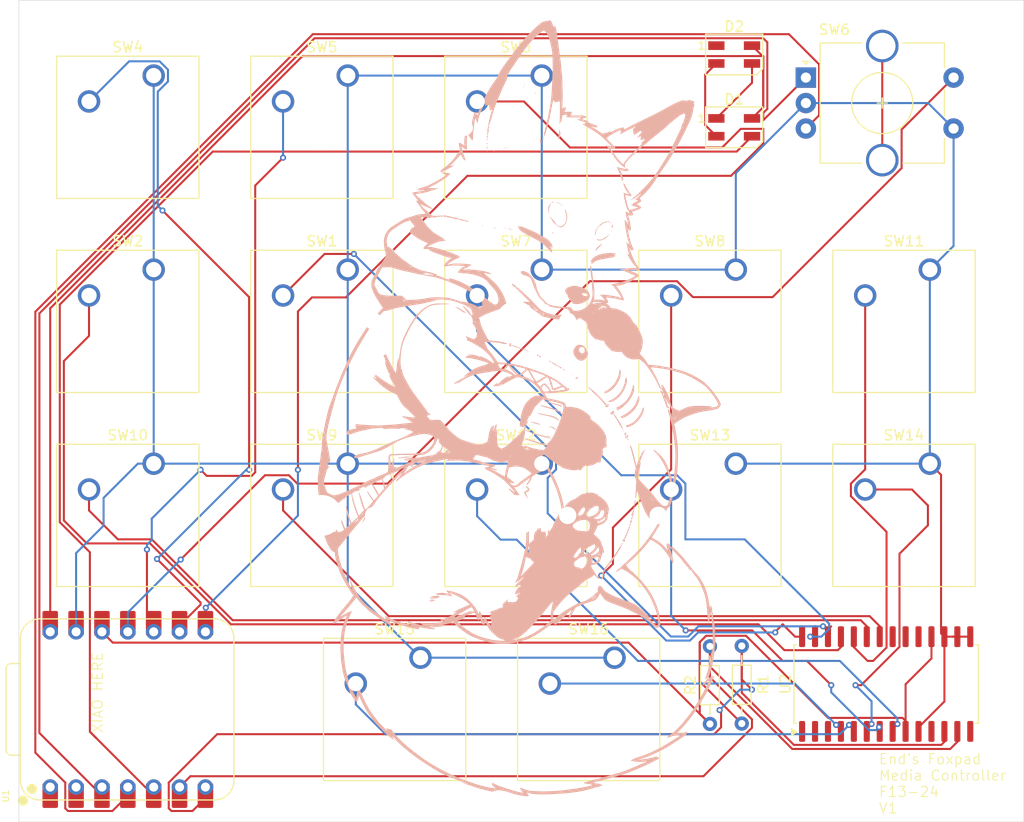
<source format=kicad_pcb>
(kicad_pcb (version 20240108) (generator "pcbnew") (generator_version "8.0")
  (layers (0 "F.Cu" signal) (31 "B.Cu" signal) (34 "B.Paste" user) (35 "F.Paste" user) (36 "B.SilkS" user "B.Silkscreen") (37 "F.SilkS" user "F.Silkscreen") (38 "B.Mask" user) (39 "F.Mask" user) (44 "Edge.Cuts" user))
  (net 0 "")
  (net 1 "Net-(D1-DIN)")
  (net 2 "Net-(D1-DOUT)")
  (net 3 "Net-(D1-VSS)")
  (net 4 "+5V")
  (net 6 "+3.3V")
  (net 7 "Net-(U1-GPIO0{slash}TX)")
  (net 8 "Net-(U1-GPIO7{slash}SCL)")
  (net 9 "Net-(U2-GPA5)")
  (net 10 "GND")
  (net 11 "Net-(U1-GPIO1{slash}RX)")
  (net 12 "Net-(U1-GPIO2{slash}SCK)")
  (net 13 "Net-(U1-GPIO4{slash}MISO)")
  (net 14 "ENC-B")
  (net 15 "ENC-A")
  (net 16 "Net-(U2-GPA6)")
  (net 17 "Net-(U2-GPA7)")
  (net 19 "Net-(U1-GPIO3{slash}MOSI)")
  (net 29 "unconnected-(SW6-PadMP)")
  (net 30 "Net-(U2-GPA4)")
  (net 31 "Net-(U2-GPA3)")
  (net 32 "Net-(U2-GPA1)")
  (net 33 "Net-(U2-GPB6)")
  (net 34 "Net-(U2-GPA2)")
  (net 35 "Net-(U2-GPB7)")
  (net 36 "Net-(U2-GPB5)")
  (net 37 "Net-(U2-GPB4)")
  (net 38 "Net-(U2-GPB3)")
  (footprint "Button_Switch_Keyboard:SW_Cherry_MX_1.00u_PCB" (layer "F.Cu") (at 107.315 75.8825)
    (property "Reference" "SW5" (at -2.54 -2.794 0) (layer "F.SilkS"))
    (property "Value" "SW_Push")
    (pad "" np_thru_hole circle (at -7.62 5.08) (size 1.7 1.7) (drill 1.7) (layers "*.Cu" "*.Mask"))
    (pad "" np_thru_hole circle (at -2.54 5.08) (size 4 4) (drill 4) (layers "*.Cu" "*.Mask"))
    (pad "" np_thru_hole circle (at 2.54 5.08) (size 1.7 1.7) (drill 1.7) (layers "*.Cu" "*.Mask"))
    (pad "1" thru_hole circle (at 0 0) (size 2.2 2.2) (drill 1.5) (layers "*.Cu" "*.Mask") (net 10 "GND"))
    (pad "2" thru_hole circle (at -6.35 2.54) (size 2.2 2.2) (drill 1.5) (layers "*.Cu" "*.Mask") (net 13 "Net-(U1-GPIO4{slash}MISO)"))
  )
  (footprint "Button_Switch_Keyboard:SW_Cherry_MX_1.00u_PCB" (layer "F.Cu") (at 126.365 94.9325)
    (property "Reference" "SW7" (at -2.54 -2.794 0) (layer "F.SilkS"))
    (property "Value" "SW_Push")
    (pad "" np_thru_hole circle (at -7.62 5.08) (size 1.7 1.7) (drill 1.7) (layers "*.Cu" "*.Mask"))
    (pad "" np_thru_hole circle (at -2.54 5.08) (size 4 4) (drill 4) (layers "*.Cu" "*.Mask"))
    (pad "" np_thru_hole circle (at 2.54 5.08) (size 1.7 1.7) (drill 1.7) (layers "*.Cu" "*.Mask"))
    (pad "1" thru_hole circle (at 0 0) (size 2.2 2.2) (drill 1.5) (layers "*.Cu" "*.Mask") (net 10 "GND"))
    (pad "2" thru_hole circle (at -6.35 2.54) (size 2.2 2.2) (drill 1.5) (layers "*.Cu" "*.Mask") (net 16 "Net-(U2-GPA6)"))
  )
  (footprint "Button_Switch_Keyboard:SW_Cherry_MX_1.00u_PCB" (layer "F.Cu") (at 164.465 113.9825)
    (property "Reference" "SW14" (at -2.54 -2.794 0) (layer "F.SilkS"))
    (property "Value" "SW_Push")
    (pad "" np_thru_hole circle (at -7.62 5.08) (size 1.7 1.7) (drill 1.7) (layers "*.Cu" "*.Mask"))
    (pad "" np_thru_hole circle (at -2.54 5.08) (size 4 4) (drill 4) (layers "*.Cu" "*.Mask"))
    (pad "" np_thru_hole circle (at 2.54 5.08) (size 1.7 1.7) (drill 1.7) (layers "*.Cu" "*.Mask"))
    (pad "1" thru_hole circle (at 0 0) (size 2.2 2.2) (drill 1.5) (layers "*.Cu" "*.Mask") (net 10 "GND"))
    (pad "2" thru_hole circle (at -6.35 2.54) (size 2.2 2.2) (drill 1.5) (layers "*.Cu" "*.Mask") (net 36 "Net-(U2-GPB5)"))
  )
  (footprint "Button_Switch_Keyboard:SW_Cherry_MX_1.00u_PCB" (layer "F.Cu") (at 107.315 94.9325)
    (property "Reference" "SW1" (at -2.54 -2.794 0) (layer "F.SilkS"))
    (property "Value" "SW_Push")
    (pad "" np_thru_hole circle (at -7.62 5.08) (size 1.7 1.7) (drill 1.7) (layers "*.Cu" "*.Mask"))
    (pad "" np_thru_hole circle (at -2.54 5.08) (size 4 4) (drill 4) (layers "*.Cu" "*.Mask"))
    (pad "" np_thru_hole circle (at 2.54 5.08) (size 1.7 1.7) (drill 1.7) (layers "*.Cu" "*.Mask"))
    (pad "1" thru_hole circle (at 0 0) (size 2.2 2.2) (drill 1.5) (layers "*.Cu" "*.Mask") (net 10 "GND"))
    (pad "2" thru_hole circle (at -6.35 2.54) (size 2.2 2.2) (drill 1.5) (layers "*.Cu" "*.Mask") (net 9 "Net-(U2-GPA5)"))
  )
  (footprint "Button_Switch_Keyboard:SW_Cherry_MX_1.00u_PCB" (layer "F.Cu") (at 126.365 113.9825)
    (property "Reference" "SW12" (at -2.54 -2.794 0) (layer "F.SilkS"))
    (property "Value" "SW_Push")
    (pad "" np_thru_hole circle (at -7.62 5.08) (size 1.7 1.7) (drill 1.7) (layers "*.Cu" "*.Mask"))
    (pad "" np_thru_hole circle (at -2.54 5.08) (size 4 4) (drill 4) (layers "*.Cu" "*.Mask"))
    (pad "" np_thru_hole circle (at 2.54 5.08) (size 1.7 1.7) (drill 1.7) (layers "*.Cu" "*.Mask"))
    (pad "1" thru_hole circle (at 0 0) (size 2.2 2.2) (drill 1.5) (layers "*.Cu" "*.Mask") (net 10 "GND"))
    (pad "2" thru_hole circle (at -6.35 2.54) (size 2.2 2.2) (drill 1.5) (layers "*.Cu" "*.Mask") (net 35 "Net-(U2-GPB7)"))
  )
  (footprint "Button_Switch_Keyboard:SW_Cherry_MX_1.00u_PCB" (layer "F.Cu") (at 133.50875 133.0325)
    (property "Reference" "SW16" (at -2.54 -2.794 0) (layer "F.SilkS"))
    (property "Value" "SW_Push")
    (pad "" np_thru_hole circle (at -7.62 5.08) (size 1.7 1.7) (drill 1.7) (layers "*.Cu" "*.Mask"))
    (pad "" np_thru_hole circle (at -2.54 5.08) (size 4 4) (drill 4) (layers "*.Cu" "*.Mask"))
    (pad "" np_thru_hole circle (at 2.54 5.08) (size 1.7 1.7) (drill 1.7) (layers "*.Cu" "*.Mask"))
    (pad "1" thru_hole circle (at 0 0) (size 2.2 2.2) (drill 1.5) (layers "*.Cu" "*.Mask") (net 10 "GND"))
    (pad "2" thru_hole circle (at -6.35 2.54) (size 2.2 2.2) (drill 1.5) (layers "*.Cu" "*.Mask") (net 38 "Net-(U2-GPB3)"))
  )
  (footprint "Button_Switch_Keyboard:SW_Cherry_MX_1.00u_PCB" (layer "F.Cu") (at 114.45875 133.0325)
    (property "Reference" "SW15" (at -2.54 -2.794 0) (layer "F.SilkS"))
    (property "Value" "SW_Push")
    (pad "" np_thru_hole circle (at -7.62 5.08) (size 1.7 1.7) (drill 1.7) (layers "*.Cu" "*.Mask"))
    (pad "" np_thru_hole circle (at -2.54 5.08) (size 4 4) (drill 4) (layers "*.Cu" "*.Mask"))
    (pad "" np_thru_hole circle (at 2.54 5.08) (size 1.7 1.7) (drill 1.7) (layers "*.Cu" "*.Mask"))
    (pad "1" thru_hole circle (at 0 0) (size 2.2 2.2) (drill 1.5) (layers "*.Cu" "*.Mask") (net 10 "GND"))
    (pad "2" thru_hole circle (at -6.35 2.54) (size 2.2 2.2) (drill 1.5) (layers "*.Cu" "*.Mask") (net 37 "Net-(U2-GPB4)"))
  )
  (footprint "Button_Switch_Keyboard:SW_Cherry_MX_1.00u_PCB" (layer "F.Cu") (at 88.265 113.9825)
    (property "Reference" "SW10" (at -2.54 -2.794 0) (layer "F.SilkS"))
    (property "Value" "SW_Push")
    (pad "" np_thru_hole circle (at -7.62 5.08) (size 1.7 1.7) (drill 1.7) (layers "*.Cu" "*.Mask"))
    (pad "" np_thru_hole circle (at -2.54 5.08) (size 4 4) (drill 4) (layers "*.Cu" "*.Mask"))
    (pad "" np_thru_hole circle (at 2.54 5.08) (size 1.7 1.7) (drill 1.7) (layers "*.Cu" "*.Mask"))
    (pad "1" thru_hole circle (at 0 0) (size 2.2 2.2) (drill 1.5) (layers "*.Cu" "*.Mask") (net 10 "GND"))
    (pad "2" thru_hole circle (at -6.35 2.54) (size 2.2 2.2) (drill 1.5) (layers "*.Cu" "*.Mask") (net 34 "Net-(U2-GPA2)"))
  )
  (footprint "Button_Switch_Keyboard:SW_Cherry_MX_1.00u_PCB" (layer "F.Cu") (at 164.465 94.9325)
    (property "Reference" "SW11" (at -2.54 -2.794 0) (layer "F.SilkS"))
    (property "Value" "SW_Push")
    (pad "" np_thru_hole circle (at -7.62 5.08) (size 1.7 1.7) (drill 1.7) (layers "*.Cu" "*.Mask"))
    (pad "" np_thru_hole circle (at -2.54 5.08) (size 4 4) (drill 4) (layers "*.Cu" "*.Mask"))
    (pad "" np_thru_hole circle (at 2.54 5.08) (size 1.7 1.7) (drill 1.7) (layers "*.Cu" "*.Mask"))
    (pad "1" thru_hole circle (at 0 0) (size 2.2 2.2) (drill 1.5) (layers "*.Cu" "*.Mask") (net 10 "GND"))
    (pad "2" thru_hole circle (at -6.35 2.54) (size 2.2 2.2) (drill 1.5) (layers "*.Cu" "*.Mask") (net 31 "Net-(U2-GPA3)"))
  )
  (footprint "LED_SMD:LED_SK6812MINI_PLCC4_3.5x3.5mm_P1.75mm" (layer "F.Cu") (at 145.25625 80.9625)
    (property "Reference" "D1" (at 0 -2.75 0) (layer "F.SilkS"))
    (property "Value" "SK6812MINI")
    (fp_text user "1" (at -3.2 -0.875 0) (layer "F.SilkS") (effects (font (size 0.8 0.8))))
    (pad "1" smd rect (at -1.75 -0.875) (size 1.6 0.85) (layers "F.Cu" "F.Paste" "F.Mask") (net 2 "Net-(D1-DOUT)"))
    (pad "2" smd rect (at -1.75 0.875) (size 1.6 0.85) (layers "F.Cu" "F.Paste" "F.Mask") (net 3 "Net-(D1-VSS)"))
    (pad "3" smd rect (at 1.75 0.875) (size 1.6 0.85) (layers "F.Cu" "F.Paste" "F.Mask") (net 1 "Net-(D1-DIN)"))
    (pad "4" smd rect (at 1.75 -0.875) (size 1.6 0.85) (layers "F.Cu" "F.Paste" "F.Mask") (net 4 "+5V"))
  )
  (footprint "Button_Switch_Keyboard:SW_Cherry_MX_1.00u_PCB" (layer "F.Cu") (at 88.265 94.9325)
    (property "Reference" "SW2" (at -2.54 -2.794 0) (layer "F.SilkS"))
    (property "Value" "SW_Push")
    (pad "" np_thru_hole circle (at -7.62 5.08) (size 1.7 1.7) (drill 1.7) (layers "*.Cu" "*.Mask"))
    (pad "" np_thru_hole circle (at -2.54 5.08) (size 4 4) (drill 4) (layers "*.Cu" "*.Mask"))
    (pad "" np_thru_hole circle (at 2.54 5.08) (size 1.7 1.7) (drill 1.7) (layers "*.Cu" "*.Mask"))
    (pad "1" thru_hole circle (at 0 0) (size 2.2 2.2) (drill 1.5) (layers "*.Cu" "*.Mask") (net 10 "GND"))
    (pad "2" thru_hole circle (at -6.35 2.54) (size 2.2 2.2) (drill 1.5) (layers "*.Cu" "*.Mask") (net 30 "Net-(U2-GPA4)"))
  )
  (footprint "Resistor_THT:R_Axial_DIN0204_L3.6mm_D1.6mm_P7.62mm_Horizontal" (layer "F.Cu") (at 146 139.5 90)
    (property "Reference" "R1" (at 3.864 2.082 90) (layer "F.SilkS"))
    (property "Value" "R")
    (pad "1" thru_hole circle (at 0 0 90) (size 1.4 1.4) (drill 0.7) (layers "*.Cu" "*.Mask") (net 6 "+3.3V"))
    (pad "2" thru_hole oval (at 7.62 0 90) (size 1.4 1.4) (drill 0.7) (layers "*.Cu" "*.Mask") (net 7 "Net-(U1-GPIO0{slash}TX)"))
  )
  (footprint "Resistor_THT:R_Axial_DIN0204_L3.6mm_D1.6mm_P7.62mm_Horizontal" (layer "F.Cu") (at 142.875 139.54125 90)
    (property "Reference" "R2" (at 3.81 -1.92 90) (layer "F.SilkS"))
    (property "Value" "R")
    (pad "1" thru_hole circle (at 0 0 90) (size 1.4 1.4) (drill 0.7) (layers "*.Cu" "*.Mask") (net 6 "+3.3V"))
    (pad "2" thru_hole oval (at 7.62 0 90) (size 1.4 1.4) (drill 0.7) (layers "*.Cu" "*.Mask") (net 8 "Net-(U1-GPIO7{slash}SCL)"))
  )
  (footprint "LED_SMD:LED_SK6812MINI_PLCC4_3.5x3.5mm_P1.75mm" (layer "F.Cu") (at 145.25625 73.81875)
    (property "Reference" "D2" (at 0 -2.75 0) (layer "F.SilkS"))
    (property "Value" "SK6812MINI")
    (fp_text user "1" (at -3.2 -0.875 0) (layer "F.SilkS") (effects (font (size 0.8 0.8))))
    (pad "1" smd rect (at -1.75 -0.875) (size 1.6 0.85) (layers "F.Cu" "F.Paste" "F.Mask"))
    (pad "2" smd rect (at -1.75 0.875) (size 1.6 0.85) (layers "F.Cu" "F.Paste" "F.Mask") (net 3 "Net-(D1-VSS)"))
    (pad "3" smd rect (at 1.75 0.875) (size 1.6 0.85) (layers "F.Cu" "F.Paste" "F.Mask") (net 2 "Net-(D1-DOUT)"))
    (pad "4" smd rect (at 1.75 -0.875) (size 1.6 0.85) (layers "F.Cu" "F.Paste" "F.Mask") (net 4 "+5V"))
  )
  (footprint "Button_Switch_Keyboard:SW_Cherry_MX_1.00u_PCB" (layer "F.Cu") (at 145.415 113.9825)
    (property "Reference" "SW13" (at -2.54 -2.794 0) (layer "F.SilkS"))
    (property "Value" "SW_Push")
    (pad "" np_thru_hole circle (at -7.62 5.08) (size 1.7 1.7) (drill 1.7) (layers "*.Cu" "*.Mask"))
    (pad "" np_thru_hole circle (at -2.54 5.08) (size 4 4) (drill 4) (layers "*.Cu" "*.Mask"))
    (pad "" np_thru_hole circle (at 2.54 5.08) (size 1.7 1.7) (drill 1.7) (layers "*.Cu" "*.Mask"))
    (pad "1" thru_hole circle (at 0 0) (size 2.2 2.2) (drill 1.5) (layers "*.Cu" "*.Mask") (net 10 "GND"))
    (pad "2" thru_hole circle (at -6.35 2.54) (size 2.2 2.2) (drill 1.5) (layers "*.Cu" "*.Mask") (net 33 "Net-(U2-GPB6)"))
  )
  (footprint "Button_Switch_Keyboard:SW_Cherry_MX_1.00u_PCB" (layer "F.Cu") (at 107.315 113.9825)
    (property "Reference" "SW9" (at -2.54 -2.794 0) (layer "F.SilkS"))
    (property "Value" "SW_Push")
    (pad "" np_thru_hole circle (at -7.62 5.08) (size 1.7 1.7) (drill 1.7) (layers "*.Cu" "*.Mask"))
    (pad "" np_thru_hole circle (at -2.54 5.08) (size 4 4) (drill 4) (layers "*.Cu" "*.Mask"))
    (pad "" np_thru_hole circle (at 2.54 5.08) (size 1.7 1.7) (drill 1.7) (layers "*.Cu" "*.Mask"))
    (pad "1" thru_hole circle (at 0 0) (size 2.2 2.2) (drill 1.5) (layers "*.Cu" "*.Mask") (net 10 "GND"))
    (pad "2" thru_hole circle (at -6.35 2.54) (size 2.2 2.2) (drill 1.5) (layers "*.Cu" "*.Mask") (net 32 "Net-(U2-GPA1)"))
  )
  (footprint "Button_Switch_Keyboard:SW_Cherry_MX_1.00u_PCB" (layer "F.Cu") (at 145.415 94.9325)
    (property "Reference" "SW8" (at -2.54 -2.794 0) (layer "F.SilkS"))
    (property "Value" "SW_Push")
    (pad "" np_thru_hole circle (at -7.62 5.08) (size 1.7 1.7) (drill 1.7) (layers "*.Cu" "*.Mask"))
    (pad "" np_thru_hole circle (at -2.54 5.08) (size 4 4) (drill 4) (layers "*.Cu" "*.Mask"))
    (pad "" np_thru_hole circle (at 2.54 5.08) (size 1.7 1.7) (drill 1.7) (layers "*.Cu" "*.Mask"))
    (pad "1" thru_hole circle (at 0 0) (size 2.2 2.2) (drill 1.5) (layers "*.Cu" "*.Mask") (net 10 "GND"))
    (pad "2" thru_hole circle (at -6.35 2.54) (size 2.2 2.2) (drill 1.5) (layers "*.Cu" "*.Mask") (net 17 "Net-(U2-GPA7)"))
  )
  (footprint "Button_Switch_Keyboard:SW_Cherry_MX_1.00u_PCB" (layer "F.Cu") (at 126.365 75.8825)
    (property "Reference" "SW3" (at -2.54 -2.794 0) (layer "F.SilkS"))
    (property "Value" "SW_Push")
    (pad "" np_thru_hole circle (at -7.62 5.08) (size 1.7 1.7) (drill 1.7) (layers "*.Cu" "*.Mask"))
    (pad "" np_thru_hole circle (at -2.54 5.08) (size 4 4) (drill 4) (layers "*.Cu" "*.Mask"))
    (pad "" np_thru_hole circle (at 2.54 5.08) (size 1.7 1.7) (drill 1.7) (layers "*.Cu" "*.Mask"))
    (pad "1" thru_hole circle (at 0 0) (size 2.2 2.2) (drill 1.5) (layers "*.Cu" "*.Mask") (net 10 "GND"))
    (pad "2" thru_hole circle (at -6.35 2.54) (size 2.2 2.2) (drill 1.5) (layers "*.Cu" "*.Mask") (net 11 "Net-(U1-GPIO1{slash}RX)"))
  )
  (footprint "Button_Switch_Keyboard:SW_Cherry_MX_1.00u_PCB" (layer "F.Cu") (at 88.265 75.8825)
    (property "Reference" "SW4" (at -2.54 -2.794 0) (layer "F.SilkS"))
    (property "Value" "SW_Push")
    (pad "" np_thru_hole circle (at -7.62 5.08) (size 1.7 1.7) (drill 1.7) (layers "*.Cu" "*.Mask"))
    (pad "" np_thru_hole circle (at -2.54 5.08) (size 4 4) (drill 4) (layers "*.Cu" "*.Mask"))
    (pad "" np_thru_hole circle (at 2.54 5.08) (size 1.7 1.7) (drill 1.7) (layers "*.Cu" "*.Mask"))
    (pad "1" thru_hole circle (at 0 0) (size 2.2 2.2) (drill 1.5) (layers "*.Cu" "*.Mask") (net 10 "GND"))
    (pad "2" thru_hole circle (at -6.35 2.54) (size 2.2 2.2) (drill 1.5) (layers "*.Cu" "*.Mask") (net 12 "Net-(U1-GPIO2{slash}SCK)"))
  )
  (footprint "Package_SO:SOIC-28W_7.5x17.9mm_P1.27mm" (layer "F.Cu") (at 160.17875 135.61875 90)
    (property "Reference" "U2" (at 0 -9.9 90) (layer "F.SilkS"))
    (property "Value" "MCP23017_SO")
    (pad "1" smd roundrect (at -4.65 -8.255 90) (size 2.05 0.6) (layers "F.Cu" "F.Paste" "F.Mask"))
    (pad "2" smd roundrect (at -4.65 -6.985 90) (size 2.05 0.6) (layers "F.Cu" "F.Paste" "F.Mask"))
    (pad "3" smd roundrect (at -4.65 -5.715 90) (size 2.05 0.6) (layers "F.Cu" "F.Paste" "F.Mask"))
    (pad "4" smd roundrect (at -4.65 -4.445 90) (size 2.05 0.6) (layers "F.Cu" "F.Paste" "F.Mask") (net 38 "Net-(U2-GPB3)"))
    (pad "5" smd roundrect (at -4.65 -3.175 90) (size 2.05 0.6) (layers "F.Cu" "F.Paste" "F.Mask") (net 37 "Net-(U2-GPB4)"))
    (pad "6" smd roundrect (at -4.65 -1.905 90) (size 2.05 0.6) (layers "F.Cu" "F.Paste" "F.Mask") (net 36 "Net-(U2-GPB5)"))
    (pad "7" smd roundrect (at -4.65 -0.635 90) (size 2.05 0.6) (layers "F.Cu" "F.Paste" "F.Mask") (net 33 "Net-(U2-GPB6)"))
    (pad "8" smd roundrect (at -4.65 0.635 90) (size 2.05 0.6) (layers "F.Cu" "F.Paste" "F.Mask") (net 35 "Net-(U2-GPB7)"))
    (pad "9" smd roundrect (at -4.65 1.905 90) (size 2.05 0.6) (layers "F.Cu" "F.Paste" "F.Mask") (net 6 "+3.3V"))
    (pad "10" smd roundrect (at -4.65 3.175 90) (size 2.05 0.6) (layers "F.Cu" "F.Paste" "F.Mask") (net 10 "GND"))
    (pad "11" smd roundrect (at -4.65 4.445 90) (size 2.05 0.6) (layers "F.Cu" "F.Paste" "F.Mask"))
    (pad "12" smd roundrect (at -4.65 5.715 90) (size 2.05 0.6) (layers "F.Cu" "F.Paste" "F.Mask") (net 7 "Net-(U1-GPIO0{slash}TX)"))
    (pad "13" smd roundrect (at -4.65 6.985 90) (size 2.05 0.6) (layers "F.Cu" "F.Paste" "F.Mask") (net 8 "Net-(U1-GPIO7{slash}SCL)"))
    (pad "14" smd roundrect (at -4.65 8.255 90) (size 2.05 0.6) (layers "F.Cu" "F.Paste" "F.Mask"))
    (pad "15" smd roundrect (at 4.65 8.255 90) (size 2.05 0.6) (layers "F.Cu" "F.Paste" "F.Mask") (net 10 "GND"))
    (pad "16" smd roundrect (at 4.65 6.985 90) (size 2.05 0.6) (layers "F.Cu" "F.Paste" "F.Mask") (net 10 "GND"))
    (pad "17" smd roundrect (at 4.65 5.715 90) (size 2.05 0.6) (layers "F.Cu" "F.Paste" "F.Mask") (net 10 "GND"))
    (pad "18" smd roundrect (at 4.65 4.445 90) (size 2.05 0.6) (layers "F.Cu" "F.Paste" "F.Mask") (net 6 "+3.3V"))
    (pad "19" smd roundrect (at 4.65 3.175 90) (size 2.05 0.6) (layers "F.Cu" "F.Paste" "F.Mask"))
    (pad "20" smd roundrect (at 4.65 1.905 90) (size 2.05 0.6) (layers "F.Cu" "F.Paste" "F.Mask"))
    (pad "21" smd roundrect (at 4.65 0.635 90) (size 2.05 0.6) (layers "F.Cu" "F.Paste" "F.Mask"))
    (pad "22" smd roundrect (at 4.65 -0.635 90) (size 2.05 0.6) (layers "F.Cu" "F.Paste" "F.Mask") (net 32 "Net-(U2-GPA1)"))
    (pad "23" smd roundrect (at 4.65 -1.905 90) (size 2.05 0.6) (layers "F.Cu" "F.Paste" "F.Mask") (net 34 "Net-(U2-GPA2)"))
    (pad "24" smd roundrect (at 4.65 -3.175 90) (size 2.05 0.6) (layers "F.Cu" "F.Paste" "F.Mask") (net 31 "Net-(U2-GPA3)"))
    (pad "25" smd roundrect (at 4.65 -4.445 90) (size 2.05 0.6) (layers "F.Cu" "F.Paste" "F.Mask") (net 30 "Net-(U2-GPA4)"))
    (pad "26" smd roundrect (at 4.65 -5.715 90) (size 2.05 0.6) (layers "F.Cu" "F.Paste" "F.Mask") (net 9 "Net-(U2-GPA5)"))
    (pad "27" smd roundrect (at 4.65 -6.985 90) (size 2.05 0.6) (layers "F.Cu" "F.Paste" "F.Mask") (net 16 "Net-(U2-GPA6)"))
    (pad "28" smd roundrect (at 4.65 -8.255 90) (size 2.05 0.6) (layers "F.Cu" "F.Paste" "F.Mask") (net 17 "Net-(U2-GPA7)"))
  )
  (footprint "OPL:XIAO-RP2040-DIP" (layer "F.Cu") (at 85.725 138.1125 90)
    (property "Reference" "U1" (at -8.5 -12 90) (layer "F.SilkS") (effects (font (size 0.635 0.635) (thickness 0.1016))))
    (property "Value" "XIAO-RP2040-DIP")
    (pad "1" smd roundrect (at -8.455 -7.62 270) (size 2.432 1.524) (layers "F.Cu" "F.Mask") (roundrect_rratio 0.1))
    (pad "1" thru_hole circle (at -7.62 -7.62 270) (size 1.524 1.524) (drill 0.889) (layers "*.Cu" "*.Mask"))
    (pad "2" smd roundrect (at -8.455 -5.08 270) (size 2.432 1.524) (layers "F.Cu" "F.Mask") (roundrect_rratio 0.1))
    (pad "2" thru_hole circle (at -7.62 -5.08 270) (size 1.524 1.524) (drill 0.889) (layers "*.Cu" "*.Mask"))
    (pad "3" smd roundrect (at -8.455 -2.54 270) (size 2.432 1.524) (layers "F.Cu" "F.Mask") (roundrect_rratio 0.1) (net 15 "ENC-A"))
    (pad "3" thru_hole circle (at -7.62 -2.54 270) (size 1.524 1.524) (drill 0.889) (layers "*.Cu" "*.Mask") (net 15 "ENC-A"))
    (pad "4" smd roundrect (at -8.455 0 270) (size 2.432 1.524) (layers "F.Cu" "F.Mask") (roundrect_rratio 0.1) (net 14 "ENC-B"))
    (pad "4" thru_hole circle (at -7.62 0 270) (size 1.524 1.524) (drill 0.889) (layers "*.Cu" "*.Mask") (net 14 "ENC-B"))
    (pad "5" smd roundrect (at -8.455 2.54 270) (size 2.432 1.524) (layers "F.Cu" "F.Mask") (roundrect_rratio 0.1) (net 1 "Net-(D1-DIN)"))
    (pad "5" thru_hole circle (at -7.62 2.54 270) (size 1.524 1.524) (drill 0.889) (layers "*.Cu" "*.Mask") (net 1 "Net-(D1-DIN)"))
    (pad "6" smd roundrect (at -8.455 5.08 270) (size 2.432 1.524) (layers "F.Cu" "F.Mask") (roundrect_rratio 0.1) (net 8 "Net-(U1-GPIO7{slash}SCL)"))
    (pad "6" thru_hole circle (at -7.62 5.08 270) (size 1.524 1.524) (drill 0.889) (layers "*.Cu" "*.Mask") (net 8 "Net-(U1-GPIO7{slash}SCL)"))
    (pad "7" smd roundrect (at -8.455 7.62 270) (size 2.432 1.524) (layers "F.Cu" "F.Mask") (roundrect_rratio 0.1) (net 7 "Net-(U1-GPIO0{slash}TX)"))
    (pad "7" thru_hole circle (at -7.62 7.62 270) (size 1.524 1.524) (drill 0.889) (layers "*.Cu" "*.Mask") (net 7 "Net-(U1-GPIO0{slash}TX)"))
    (pad "8" thru_hole circle (at 7.62 7.62 90) (size 1.524 1.524) (drill 0.889) (layers "*.Cu" "*.Mask") (net 11 "Net-(U1-GPIO1{slash}RX)"))
    (pad "8" smd roundrect (at 8.455 7.62 90) (size 2.432 1.524) (layers "F.Cu" "F.Mask") (roundrect_rratio 0.1) (net 11 "Net-(U1-GPIO1{slash}RX)"))
    (pad "9" thru_hole circle (at 7.62 5.08 90) (size 1.524 1.524) (drill 0.889) (layers "*.Cu" "*.Mask") (net 12 "Net-(U1-GPIO2{slash}SCK)"))
    (pad "9" smd roundrect (at 8.455 5.08 90) (size 2.432 1.524) (layers "F.Cu" "F.Mask") (roundrect_rratio 0.1) (net 12 "Net-(U1-GPIO2{slash}SCK)"))
    (pad "10" thru_hole circle (at 7.62 2.54 90) (size 1.524 1.524) (drill 0.889) (layers "*.Cu" "*.Mask") (net 13 "Net-(U1-GPIO4{slash}MISO)"))
    (pad "10" smd roundrect (at 8.455 2.54 90) (size 2.432 1.524) (layers "F.Cu" "F.Mask") (roundrect_rratio 0.1) (net 13 "Net-(U1-GPIO4{slash}MISO)"))
    (pad "11" thru_hole circle (at 7.62 0 90) (size 1.524 1.524) (drill 0.889) (layers "*.Cu" "*.Mask") (net 19 "Net-(U1-GPIO3{slash}MOSI)"))
    (pad "11" smd roundrect (at 8.455 0 90) (size 2.432 1.524) (layers "F.Cu" "F.Mask") (roundrect_rratio 0.1) (net 19 "Net-(U1-GPIO3{slash}MOSI)"))
    (pad "12" thru_hole circle (at 7.62 -2.54 90) (size 1.524 1.524) (drill 0.889) (layers "*.Cu" "*.Mask") (net 6 "+3.3V"))
    (pad "12" smd roundrect (at 8.455 -2.54 90) (size 2.432 1.524) (layers "F.Cu" "F.Mask") (roundrect_rratio 0.1) (net 6 "+3.3V"))
    (pad "13" thru_hole circle (at 7.62 -5.08 90) (size 1.524 1.524) (drill 0.889) (layers "*.Cu" "*.Mask") (net 10 "GND"))
    (pad "13" smd roundrect (at 8.455 -5.08 90) (size 2.432 1.524) (layers "F.Cu" "F.Mask") (roundrect_rratio 0.1) (net 10 "GND"))
    (pad "14" thru_hole circle (at 7.62 -7.62 90) (size 1.524 1.524) (drill 0.889) (layers "*.Cu" "*.Mask") (net 4 "+5V"))
    (pad "14" smd roundrect (at 8.455 -7.62 90) (size 2.432 1.524) (layers "F.Cu" "F.Mask") (roundrect_rratio 0.1) (net 4 "+5V"))
  )
  (footprint "Rotary_Encoder:RotaryEncoder_Alps_EC11E-Switch_Vertical_H20mm_CircularMountingHoles" (layer "F.Cu") (at 152.29375 76.08125)
    (property "Reference" "SW6" (at 2.8 -4.7 0) (layer "F.SilkS"))
    (property "Value" "RotaryEncoder_Switch")
    (pad "A" thru_hole rect (at 0 0) (size 2 2) (drill 1) (layers "*.Cu" "*.Mask") (net 15 "ENC-A"))
    (pad "B" thru_hole circle (at 0 5) (size 2 2) (drill 1) (layers "*.Cu" "*.Mask") (net 14 "ENC-B"))
    (pad "C" thru_hole circle (at 0 2.5) (size 2 2) (drill 1) (layers "*.Cu" "*.Mask") (net 10 "GND"))
    (pad "MP" thru_hole circle (at 7.5 -3.1) (size 3.2 3.2) (drill 2.6) (layers "*.Cu" "*.Mask") (net 29 "unconnected-(SW6-PadMP)"))
    (pad "MP" thru_hole circle (at 7.5 8.1) (size 3.2 3.2) (drill 2.6) (layers "*.Cu" "*.Mask") (net 29 "unconnected-(SW6-PadMP)"))
    (pad "S1" thru_hole circle (at 14.5 5) (size 2 2) (drill 1) (layers "*.Cu" "*.Mask") (net 10 "GND"))
    (pad "S2" thru_hole circle (at 14.5 0) (size 2 2) (drill 1) (layers "*.Cu" "*.Mask") (net 19 "Net-(U1-GPIO3{slash}MOSI)"))
  )
  (footprint "LOGO" (layer "B.Cu") (at 123.8 108.8 180)
    (property "Reference" "G***" (hide yes))
    (property "Value" "LOGO" (hide yes))
  )
  (gr_rect (start 75.0316 68.4875) (end 173.69015 149.1615) (stroke (width 0.05)) (fill none) (layer "Edge.Cuts"))
  (gr_text "XIAO HERE" (at 83.34375 140.5 90) (layer "F.SilkS") (effects (font (size 1 1) (thickness 0.1)) (justify left bottom)))
  (gr_text "End's Foxpad\nMedia Controller\nF13-24\nV1" (at 159.4 148.4 0) (layer "F.SilkS") (effects (font (size 1 1) (thickness 0.1)) (justify left bottom)))
  (segment (start 88.265 146.5675) (end 82.59875 140.90125) (width 0.2) (layer "F.Cu") (net 1))
  (segment (start 145.5 83.34375) (end 147.00625 81.8375) (width 0.2) (layer "F.Cu") (net 1))
  (segment (start 94.063851 83.34375) (end 145.5 83.34375) (width 0.2) (layer "F.Cu") (net 1))
  (segment (start 82.59875 140.90125) (end 82.123 140.4255) (width 0.2) (layer "F.Cu") (net 1))
  (segment (start 79.045 119.725242) (end 79.045 98.362601) (width 0.2) (layer "F.Cu") (net 1))
  (segment (start 82.59875 140.90125) (end 82 140.3025) (width 0.2) (layer "F.Cu") (net 1))
  (segment (start 82 140.3025) (end 82 122.680242) (width 0.2) (layer "F.Cu") (net 1))
  (segment (start 82 122.680242) (end 79.045 119.725242) (width 0.2) (layer "F.Cu") (net 1))
  (segment (start 79.045 98.362601) (end 94.063851 83.34375) (width 0.2) (layer "F.Cu") (net 1))
  (segment (start 147.00625 76.5875) (end 143.50625 80.0875) (width 0.2) (layer "F.Cu") (net 2))
  (segment (start 147.00625 74.69375) (end 147.00625 76.5875) (width 0.2) (layer "F.Cu") (net 2))
  (segment (start 143.50625 74.69375) (end 142.40625 75.79375) (width 0.2) (layer "F.Cu") (net 3))
  (segment (start 142.40625 75.79375) (end 142.40625 80.7375) (width 0.2) (layer "F.Cu") (net 3))
  (segment (start 142.40625 80.7375) (end 143.50625 81.8375) (width 0.2) (layer "F.Cu") (net 3))
  (segment (start 148.10625 78.9875) (end 148.10625 74.04375) (width 0.2) (layer "F.Cu") (net 4))
  (segment (start 148.10625 78.9875) (end 148.10625 73.96875) (width 0.2) (layer "F.Cu") (net 4))
  (segment (start 102.873165 73.96875) (end 78.105 98.736915) (width 0.2) (layer "F.Cu") (net 4))
  (segment (start 147.00625 80.0875) (end 148.10625 78.9875) (width 0.2) (layer "F.Cu") (net 4))
  (segment (start 148.10625 73.96875) (end 102.873165 73.96875) (width 0.2) (layer "F.Cu") (net 4))
  (segment (start 148.10625 74.04375) (end 147.00625 72.94375) (width 0.2) (layer "F.Cu") (net 4))
  (segment (start 78.105 98.736915) (end 78.105 130.4925) (width 0.2) (layer "F.Cu") (net 4))
  (segment (start 84.247 131.5545) (end 83.185 130.4925) (width 0.2) (layer "F.Cu") (net 6))
  (segment (start 154.477964 138.94375) (end 161.783749 138.94375) (width 0.2) (layer "F.Cu") (net 6))
  (segment (start 164.62375 130.96875) (end 164.62375 133.104302) (width 0.2) (layer "F.Cu") (net 6))
  (segment (start 146 139.5) (end 141.875 135.375) (width 0.2) (layer "F.Cu") (net 6))
  (segment (start 161.783749 138.94375) (end 162.08375 139.243751) (width 0.2) (layer "F.Cu") (net 6))
  (segment (start 162.08375 139.243751) (end 162.08375 140.26875) (width 0.2) (layer "F.Cu") (net 6))
  (segment (start 141.875 135.375) (end 141.875 131.507036) (width 0.2) (layer "F.Cu") (net 6))
  (segment (start 141.875 138.54125) (end 142.875 139.54125) (width 0.2) (layer "F.Cu") (net 6))
  (segment (start 134.88825 131.5545) (end 84.247 131.5545) (width 0.2) (layer "F.Cu") (net 6))
  (segment (start 141.875 131.507036) (end 141.875 138.54125) (width 0.2) (layer "F.Cu") (net 6))
  (segment (start 141.875 131.507036) (end 142.502036 130.88) (width 0.2) (layer "F.Cu") (net 6))
  (segment (start 142.502036 130.88) (end 146.414214 130.88) (width 0.2) (layer "F.Cu") (net 6))
  (segment (start 164.62375 133.104302) (end 162.08375 135.644302) (width 0.2) (layer "F.Cu") (net 6))
  (segment (start 162.08375 135.644302) (end 162.08375 140.26875) (width 0.2) (layer "F.Cu") (net 6))
  (segment (start 146.414214 130.88) (end 154.477964 138.94375) (width 0.2) (layer "F.Cu") (net 6))
  (segment (start 142.875 139.54125) (end 134.88825 131.5545) (width 0.2) (layer "F.Cu") (net 6))
  (segment (start 151.11875 141.59375) (end 165.5875 141.59375) (width 0.2) (layer "F.Cu") (net 7))
  (segment (start 165.5875 141.59375) (end 165.89375 141.2875) (width 0.2) (layer "F.Cu") (net 7))
  (segment (start 146 136.475) (end 151.11875 141.59375) (width 0.2) (layer "F.Cu") (net 7))
  (segment (start 146 131.88) (end 146 136.475) (width 0.2) (layer "F.Cu") (net 7))
  (segment (start 93.345 145.7325) (end 93.345 146.81013) (width 0.2) (layer "F.Cu") (net 7))
  (segment (start 143.967157 138.315687) (end 143.825735 138.174265) (width 0.2) (layer "F.Cu") (net 7))
  (segment (start 143.289214 140.54125) (end 143.967157 139.863307) (width 0.2) (layer "F.Cu") (net 7))
  (segment (start 90.003786 148.0835) (end 89.743 147.822714) (width 0.2) (layer "F.Cu") (net 7))
  (segment (start 143.967157 139.863307) (end 143.967157 138.315687) (width 0.2) (layer "F.Cu") (net 7))
  (segment (start 146 135.1725) (end 146 131.88) (width 0.2) (layer "F.Cu") (net 7))
  (segment (start 165.89375 141.2875) (end 165.89375 140.26875) (width 0.2) (layer "F.Cu") (net 7))
  (segment (start 147 136.1725) (end 146 135.1725) (width 0.2) (layer "F.Cu") (net 7))
  (segment (start 94.494355 140.54125) (end 143.289214 140.54125) (width 0.2) (layer "F.Cu") (net 7))
  (segment (start 89.743 145.292605) (end 94.494355 140.54125) (width 0.2) (layer "F.Cu") (net 7))
  (segment (start 92.07163 148.0835) (end 90.003786 148.0835) (width 0.2) (layer "F.Cu") (net 7))
  (segment (start 89.743 147.822714) (end 89.743 145.292605) (width 0.2) (layer "F.Cu") (net 7))
  (segment (start 93.345 146.81013) (end 92.07163 148.0835) (width 0.2) (layer "F.Cu") (net 7))
  (via (at 147 136.1725) (size 0.6) (drill 0.3) (layers "F.Cu" "B.Cu") (net 7))
  (via (at 143.825735 138.174265) (size 0.6) (drill 0.3) (layers "F.Cu" "B.Cu") (net 7))
  (segment (start 145.8275 136.1725) (end 147 136.1725) (width 0.2) (layer "B.Cu") (net 7))
  (segment (start 143.825735 138.174265) (end 145.8275 136.1725) (width 0.2) (layer "B.Cu") (net 7))
  (segment (start 167.16375 140.26875) (end 167.16375 141.293749) (width 0.2) (layer "F.Cu") (net 8))
  (segment (start 91.867 144.6705) (end 90.805 145.7325) (width 0.2) (layer "F.Cu") (net 8))
  (segment (start 142.243714 144.6705) (end 91.867 144.6705) (width 0.2) (layer "F.Cu") (net 8))
  (segment (start 142.875 131.92125) (end 142.875 134.960786) (width 0.2) (layer "F.Cu") (net 8))
  (segment (start 147 139.914214) (end 142.243714 144.6705) (width 0.2) (layer "F.Cu") (net 8))
  (segment (start 142.875 133.915686) (end 142.875 131.92125) (width 0.2) (layer "F.Cu") (net 8))
  (segment (start 142.875 134.960786) (end 147 139.085786) (width 0.2) (layer "F.Cu") (net 8))
  (segment (start 166.463749 141.99375) (end 150.953064 141.99375) (width 0.2) (layer "F.Cu") (net 8))
  (segment (start 147 139.085786) (end 147 139.914214) (width 0.2) (layer "F.Cu") (net 8))
  (segment (start 150.953064 141.99375) (end 142.875 133.915686) (width 0.2) (layer "F.Cu") (net 8))
  (segment (start 167.16375 141.293749) (end 166.463749 141.99375) (width 0.2) (layer "F.Cu") (net 8))
  (segment (start 154.46375 130.439219) (end 153.978725 129.954194) (width 0.2) (layer "F.Cu") (net 9))
  (segment (start 154.46375 130.96875) (end 154.46375 130.439219) (width 0.2) (layer "F.Cu") (net 9))
  (segment (start 105.043441 93.394059) (end 100.965 97.4725) (width 0.2) (layer "F.Cu") (net 9))
  (segment (start 154.46375 130.96875) (end 154.46375 130.271694) (width 0.2) (layer "F.Cu") (net 9))
  (segment (start 107.915 93.394059) (end 105.043441 93.394059) (width 0.2) (layer "F.Cu") (net 9))
  (segment (start 154.46375 130.271694) (end 154.78125 129.954194) (width 0.2) (layer "F.Cu") (net 9))
  (via (at 107.915 93.394059) (size 0.6) (drill 0.3) (layers "F.Cu" "B.Cu") (net 9))
  (via (at 153.978725 129.954194) (size 0.6) (drill 0.3) (layers "F.Cu" "B.Cu") (net 9))
  (segment (start 139.040096 130.954194) (end 126.944899 118.858997) (width 0.2) (layer "B.Cu") (net 9))
  (segment (start 153.978725 129.954194) (end 141.742279 129.954194) (width 0.2) (layer "B.Cu") (net 9))
  (segment (start 126.944899 118.858997) (end 126.944899 115.3825) (width 0.2) (layer "B.Cu") (net 9))
  (segment (start 127.765 114.562399) (end 127.765 113.244059) (width 0.2) (layer "B.Cu") (net 9))
  (segment (start 127.765 113.244059) (end 107.915 93.394059) (width 0.2) (layer "B.Cu") (net 9))
  (segment (start 126.944899 115.3825) (end 127.765 114.562399) (width 0.2) (layer "B.Cu") (net 9))
  (segment (start 140.742279 130.954194) (end 139.040096 130.954194) (width 0.2) (layer "B.Cu") (net 9))
  (segment (start 141.742279 129.954194) (end 140.742279 130.954194) (width 0.2) (layer "B.Cu") (net 9))
  (segment (start 163.35375 139.873198) (end 163.35375 140.26875) (width 0.2) (layer "F.Cu") (net 10))
  (segment (start 165.89375 130.96875) (end 165.89375 137.333198) (width 0.2) (layer "F.Cu") (net 10))
  (segment (start 165.89375 130.96875) (end 166.6875 130.96875) (width 0.2) (layer "F.Cu") (net 10))
  (segment (start 166.6875 130.96875) (end 168.43375 130.96875) (width 0.2) (layer "F.Cu") (net 10))
  (segment (start 165.89375 137.333198) (end 163.35375 139.873198) (width 0.2) (layer "F.Cu") (net 10))
  (segment (start 164.465 113.9825) (end 165.564999 115.082499) (width 0.2) (layer "F.Cu") (net 10))
  (segment (start 166.6875 130.96875) (end 167.16375 130.96875) (width 0.2) (layer "F.Cu") (net 10))
  (segment (start 165.564999 130.639999) (end 165.89375 130.96875) (width 0.2) (layer "F.Cu") (net 10))
  (segment (start 165.564999 115.082499) (end 165.564999 130.639999) (width 0.2) (layer "F.Cu") (net 10))
  (segment (start 86.709366 113.9825) (end 83.34375 117.348116) (width 0.2) (layer "B.Cu") (net 10))
  (segment (start 107.315 113.9825) (end 107.315 75.8825) (width 0.2) (layer "B.Cu") (net 10))
  (segment (start 126.365 94.9325) (end 145.415 94.9325) (width 0.2) (layer "B.Cu") (net 10))
  (segment (start 88.265 75.8825) (end 88.265 94.9325) (width 0.2) (layer "B.Cu") (net 10))
  (segment (start 83.34375 120.067153) (end 80.645 122.765903) (width 0.2) (layer "B.Cu") (net 10))
  (segment (start 166.79375 81.08125) (end 166.79375 92.60375) (width 0.2) (layer "B.Cu") (net 10))
  (segment (start 83.34375 117.348116) (end 83.34375 120.067153) (width 0.2) (layer "B.Cu") (net 10))
  (segment (start 107.315 113.9825) (end 126.365 113.9825) (width 0.2) (layer "B.Cu") (net 10))
  (segment (start 107.315 125.88875) (end 114.45875 133.0325) (width 0.2) (layer "B.Cu") (net 10))
  (segment (start 164.465 113.9825) (end 145.415 113.9825) (width 0.2) (layer "B.Cu") (net 10))
  (segment (start 145.415 94.9325) (end 145.415 85.46) (width 0.2) (layer "B.Cu") (net 10))
  (segment (start 114.45875 133.0325) (end 133.50875 133.0325) (width 0.2) (layer "B.Cu") (net 10))
  (segment (start 164.465 94.9325) (end 164.465 113.9825) (width 0.2) (layer "B.Cu") (net 10))
  (segment (start 145.415 85.46) (end 152.29375 78.58125) (width 0.2) (layer "B.Cu") (net 10))
  (segment (start 107.315 113.9825) (end 107.315 125.88875) (width 0.2) (layer "B.Cu") (net 10))
  (segment (start 88.265 94.9325) (end 88.265 113.9825) (width 0.2) (layer "B.Cu") (net 10))
  (segment (start 164.29375 78.58125) (end 166.79375 81.08125) (width 0.2) (layer "B.Cu") (net 10))
  (segment (start 107.315 75.8825) (end 126.365 75.8825) (width 0.2) (layer "B.Cu") (net 10))
  (segment (start 88.265 113.9825) (end 107.315 113.9825) (width 0.2) (layer "B.Cu") (net 10))
  (segment (start 152.29375 78.58125) (end 164.29375 78.58125) (width 0.2) (layer "B.Cu") (net 10))
  (segment (start 88.265 113.9825) (end 86.709366 113.9825) (width 0.2) (layer "B.Cu") (net 10))
  (segment (start 166.79375 92.60375) (end 164.465 94.9325) (width 0.2) (layer "B.Cu") (net 10))
  (segment (start 80.645 122.765903) (end 80.645 130.4925) (width 0.2) (layer "B.Cu") (net 10))
  (segment (start 126.365 75.8825) (end 126.365 94.9325) (width 0.2) (layer "B.Cu") (net 10))
  (segment (start 107.125 97.6625) (end 119.0625 85.725) (width 0.2) (layer "F.Cu") (net 11))
  (segment (start 144.075 82.94375) (end 129.129652 82.94375) (width 0.2) (layer "F.Cu") (net 11))
  (segment (start 148.10625 82.5625) (end 148.10625 81.1125) (width 0.2) (layer "F.Cu") (net 11))
  (segment (start 145.90625 81.1125) (end 144.075 82.94375) (width 0.2) (layer "F.Cu") (net 11))
  (segment (start 119.0625 85.725) (end 144.94375 85.725) (width 0.2) (layer "F.Cu") (net 11))
  (segment (start 93.345 128.16585) (end 93.379567 128.131283) (width 0.2) (layer "F.Cu") (net 11))
  (segment (start 102.425 99.039098) (end 103.801598 97.6625) (width 0.2) (layer "F.Cu") (net 11))
  (segment (start 93.345 130.4925) (end 93.345 128.16585) (width 0.2) (layer "F.Cu") (net 11))
  (segment (start 148.10625 81.1125) (end 145.90625 81.1125) (width 0.2) (layer "F.Cu") (net 11))
  (segment (start 124.608402 78.4225) (end 120.015 78.4225) (width 0.2) (layer "F.Cu") (net 11))
  (segment (start 103.801598 97.6625) (end 107.125 97.6625) (width 0.2) (layer "F.Cu") (net 11))
  (segment (start 102.425 114.5825) (end 102.425 99.039098) (width 0.2) (layer "F.Cu") (net 11))
  (segment (start 129.129652 82.94375) (end 124.608402 78.4225) (width 0.2) (layer "F.Cu") (net 11))
  (segment (start 144.94375 85.725) (end 148.10625 82.5625) (width 0.2) (layer "F.Cu") (net 11))
  (via (at 93.379567 128.131283) (size 0.6) (drill 0.3) (layers "F.Cu" "B.Cu") (net 11))
  (via (at 102.425 114.5825) (size 0.6) (drill 0.3) (layers "F.Cu" "B.Cu") (net 11))
  (segment (start 102.425 119.08585) (end 102.425 114.5825) (width 0.2) (layer "B.Cu") (net 11))
  (segment (start 93.379567 128.131283) (end 102.425 119.08585) (width 0.2) (layer "B.Cu") (net 11))
  (segment (start 97.63125 114.5825) (end 97.63125 97.631249) (width 0.2) (layer "F.Cu") (net 12))
  (segment (start 90.805 130.4925) (end 90.805 129.880286) (width 0.2) (layer "F.Cu") (net 12))
  (segment (start 90.805 129.880286) (end 92.86875 127.816536) (width 0.2) (layer "F.Cu") (net 12))
  (segment (start 92.86875 127.816536) (end 92.86875 127.620466) (width 0.2) (layer "F.Cu") (net 12))
  (segment (start 92.86875 127.620466) (end 88.589767 123.341483) (width 0.2) (layer "F.Cu") (net 12))
  (segment (start 97.63125 97.631249) (end 89.128066 89.128065) (width 0.2) (layer "F.Cu") (net 12))
  (via (at 97.63125 114.5825) (size 0.6) (drill 0.3) (layers "F.Cu" "B.Cu") (net 12))
  (via (at 89.128066 89.128065) (size 0.6) (drill 0.3) (layers "F.Cu" "B.Cu") (net 12))
  (via (at 88.589767 123.341483) (size 0.6) (drill 0.3) (layers "F.Cu" "B.Cu") (net 12))
  (segment (start 89.665 76.462399) (end 89.665 75.302601) (width 0.2) (layer "B.Cu") (net 12))
  (segment (start 89.665 75.302601) (end 88.844899 74.4825) (width 0.2) (layer "B.Cu") (net 12))
  (segment (start 88.665 88.664999) (end 88.665 77.462399) (width 0.2) (layer "B.Cu") (net 12))
  (segment (start 88.844899 74.4825) (end 85.855 74.4825) (width 0.2) (layer "B.Cu") (net 12))
  (segment (start 89.128066 89.128065) (end 88.665 88.664999) (width 0.2) (layer "B.Cu") (net 12))
  (segment (start 85.855 74.4825) (end 81.915 78.4225) (width 0.2) (layer "B.Cu") (net 12))
  (segment (start 97.34875 114.5825) (end 97.63125 114.5825) (width 0.2) (layer "B.Cu") (net 12))
  (segment (start 88.665 77.462399) (end 89.665 76.462399) (width 0.2) (layer "B.Cu") (net 12))
  (segment (start 88.589767 123.341483) (end 97.34875 114.5825) (width 0.2) (layer "B.Cu") (net 12))
  (segment (start 93.46875 115.1825) (end 97.879779 115.1825) (width 0.2) (layer "F.Cu") (net 13))
  (segment (start 97.879779 115.1825) (end 98.23125 114.831029) (width 0.2) (layer "F.Cu") (net 13))
  (segment (start 88.265 130.4925) (end 87.602206 129.829706) (width 0.2) (layer "F.Cu") (net 13))
  (segment (start 92.86875 114.5825) (end 93.46875 115.1825) (width 0.2) (layer "F.Cu") (net 13))
  (segment (start 87.602206 129.829706) (end 87.602206 122.4125) (width 0.2) (layer "F.Cu") (net 13))
  (segment (start 98.23125 114.831029) (end 98.23125 86.6775) (width 0.2) (layer "F.Cu") (net 13))
  (segment (start 98.23125 86.6775) (end 100.965 83.94375) (width 0.2) (layer "F.Cu") (net 13))
  (via (at 100.965 83.94375) (size 0.6) (drill 0.3) (layers "F.Cu" "B.Cu") (net 13))
  (via (at 92.86875 114.5825) (size 0.6) (drill 0.3) (layers "F.Cu" "B.Cu") (net 13))
  (via (at 87.602206 122.4125) (size 0.6) (drill 0.3) (layers "F.Cu" "B.Cu") (net 13))
  (segment (start 100.965 78.4225) (end 100.965 83.94375) (width 0.2) (layer "B.Cu") (net 13))
  (segment (start 88.075 121.475) (end 88.075 119.37625) (width 0.2) (layer "B.Cu") (net 13))
  (segment (start 87.602206 122.4125) (end 87.602206 121.947794) (width 0.2) (layer "B.Cu") (net 13))
  (segment (start 88.075 119.37625) (end 92.86875 114.5825) (width 0.2) (layer "B.Cu") (net 13))
  (segment (start 87.602206 121.947794) (end 88.075 121.475) (width 0.2) (layer "B.Cu") (net 13))
  (segment (start 76.643 142.352605) (end 79.583 145.292605) (width 0.2) (layer "F.Cu") (net 14))
  (segment (start 79.583 147.822714) (end 79.843786 148.0835) (width 0.2) (layer "F.Cu") (net 14))
  (segment (start 150.63125 71.81875) (end 103.891793 71.81875) (width 0.2) (layer "F.Cu") (net 14))
  (segment (start 153.59375 79.78125) (end 153.59375 74.78125) (width 0.2) (layer "F.Cu") (net 14))
  (segment (start 76.643 99.067543) (end 76.643 142.352605) (width 0.2) (layer "F.Cu") (net 14))
  (segment (start 85.725 146.5675) (end 85.725 145.7325) (width 0.2) (layer "F.Cu") (net 14))
  (segment (start 153.59375 74.78125) (end 150.63125 71.81875) (width 0.2) (layer "F.Cu") (net 14))
  (segment (start 79.583 145.292605) (end 79.583 147.822714) (width 0.2) (layer "F.Cu") (net 14))
  (segment (start 84.209 148.0835) (end 85.725 146.5675) (width 0.2) (layer "F.Cu") (net 14))
  (segment (start 152.29375 81.08125) (end 153.59375 79.78125) (width 0.2) (layer "F.Cu") (net 14))
  (segment (start 79.843786 148.0835) (end 84.209 148.0835) (width 0.2) (layer "F.Cu") (net 14))
  (segment (start 103.891793 71.81875) (end 76.643 99.067543) (width 0.2) (layer "F.Cu") (net 14))
  (segment (start 148.50625 72.61875) (end 148.10625 72.21875) (width 0.2) (layer "F.Cu") (net 15))
  (segment (start 104.057479 72.21875) (end 77.043 99.233229) (width 0.2) (layer "F.Cu") (net 15))
  (segment (start 77.043 99.233229) (end 77.043 140.4255) (width 0.2) (layer "F.Cu") (net 15))
  (segment (start 148.10625 79.553185) (end 148.50625 79.153185) (width 0.2) (layer "F.Cu") (net 15))
  (segment (start 148.10625 72.21875) (end 104.057479 72.21875) (width 0.2) (layer "F.Cu") (net 15))
  (segment (start 148.10625 80.26875) (end 148.10625 79.553185) (width 0.2) (layer "F.Cu") (net 15))
  (segment (start 148.50625 79.153185) (end 148.50625 72.61875) (width 0.2) (layer "F.Cu") (net 15))
  (segment (start 77.043 140.4255) (end 83.185 146.5675) (width 0.2) (layer "F.Cu") (net 15))
  (segment (start 152.29375 76.08125) (end 148.10625 80.26875) (width 0.2) (layer "F.Cu") (net 15))
  (segment (start 153.19375 129.943751) (end 153.19375 130.498749) (width 0.2) (layer "F.Cu") (net 16))
  (segment (start 153.19375 130.96875) (end 153.19375 129.943751) (width 0.2) (layer "F.Cu") (net 16))
  (segment (start 153.19375 130.498749) (end 152.723749 130.96875) (width 0.2) (layer "F.Cu") (net 16))
  (via (at 152.723749 130.96875) (size 0.6) (drill 0.3) (layers "F.Cu" "B.Cu") (net 16))
  (segment (start 120.015 100.965) (end 120.015 97.4725) (width 0.2) (layer "B.Cu") (net 16))
  (segment (start 146.28806 121.415) (end 140.465 121.415) (width 0.2) (layer "B.Cu") (net 16))
  (segment (start 153.812698 130.96875) (end 154.578725 130.202723) (width 0.2) (layer "B.Cu") (net 16))
  (segment (start 152.723749 130.96875) (end 153.812698 130.96875) (width 0.2) (layer "B.Cu") (net 16))
  (segment (start 139.644899 115.1225) (end 134.1725 115.1225) (width 0.2) (layer "B.Cu") (net 16))
  (segment (start 134.1725 115.1225) (end 120.015 100.965) (width 0.2) (layer "B.Cu") (net 16))
  (segment (start 140.465 121.415) (end 140.465 115.942601) (width 0.2) (layer "B.Cu") (net 16))
  (segment (start 140.465 115.942601) (end 139.644899 115.1225) (width 0.2) (layer "B.Cu") (net 16))
  (segment (start 154.578725 129.705665) (end 146.28806 121.415) (width 0.2) (layer "B.Cu") (net 16))
  (segment (start 154.578725 130.202723) (end 154.578725 129.705665) (width 0.2) (layer "B.Cu") (net 16))
  (segment (start 133.35 120.257601) (end 139.065 114.542601) (width 0.2) (layer "F.Cu") (net 17))
  (segment (start 149.286027 130.486917) (end 149.286027 130.554194) (width 0.2) (layer "F.Cu") (net 17))
  (segment (start 133.35 123.825) (end 133.35 120.257601) (width 0.2) (layer "F.Cu") (net 17))
  (segment (start 151.92375 130.96875) (end 151.233306 130.96875) (width 0.2) (layer "F.Cu") (net 17))
  (segment (start 150.01875 129.754194) (end 149.286027 130.486917) (width 0.2) (layer "F.Cu") (net 17))
  (segment (start 139.065 114.542601) (end 139.065 97.4725) (width 0.2) (layer "F.Cu") (net 17))
  (segment (start 132.206186 124.968814) (end 133.35 123.825) (width 0.2) (layer "F.Cu") (net 17))
  (segment (start 151.233306 130.96875) (end 150.01875 129.754194) (width 0.2) (layer "F.Cu") (net 17))
  (via (at 149.286027 130.554194) (size 0.6) (drill 0.3) (layers "F.Cu" "B.Cu") (net 17))
  (via (at 132.206186 124.968814) (size 0.6) (drill 0.3) (layers "F.Cu" "B.Cu") (net 17))
  (segment (start 138.591566 131.354194) (end 132.206186 124.968814) (width 0.2) (layer "B.Cu") (net 17))
  (segment (start 141.707965 130.554194) (end 140.907965 131.354194) (width 0.2) (layer "B.Cu") (net 17))
  (segment (start 140.907965 131.354194) (end 138.591566 131.354194) (width 0.2) (layer "B.Cu") (net 17))
  (segment (start 149.286027 130.554194) (end 141.707965 130.554194) (width 0.2) (layer "B.Cu") (net 17))
  (segment (start 131.088402 96.0725) (end 111.218301 115.942601) (width 0.2) (layer "F.Cu") (net 19))
  (segment (start 111.218301 115.942601) (end 102.365 115.942601) (width 0.2) (layer "F.Cu") (net 19))
  (segment (start 166.79375 76.08125) (end 161.69375 81.18125) (width 0.2) (layer "F.Cu") (net 19))
  (segment (start 161.69375 81.18125) (end 161.69375 84.968256) (width 0.2) (layer "F.Cu") (net 19))
  (segment (start 102.365 115.942601) (end 101.544899 115.1225) (width 0.2) (layer "F.Cu") (net 19))
  (segment (start 99.19 115.1225) (end 90.911765 123.400735) (width 0.2) (layer "F.Cu") (net 19))
  (segment (start 141.203649 97.63125) (end 139.644899 96.0725) (width 0.2) (layer "F.Cu") (net 19))
  (segment (start 149.030756 97.63125) (end 141.203649 97.63125) (width 0.2) (layer "F.Cu") (net 19))
  (segment (start 101.544899 115.1225) (end 99.19 115.1225) (width 0.2) (layer "F.Cu") (net 19))
  (segment (start 139.644899 96.0725) (end 131.088402 96.0725) (width 0.2) (layer "F.Cu") (net 19))
  (segment (start 161.69375 84.968256) (end 149.030756 97.63125) (width 0.2) (layer "F.Cu") (net 19))
  (via (at 90.911765 123.400735) (size 0.6) (drill 0.3) (layers "F.Cu" "B.Cu") (net 19))
  (segment (start 85.725 128.5875) (end 85.725 130.4925) (width 0.2) (layer "B.Cu") (net 19))
  (segment (start 90.911765 123.400735) (end 85.725 128.5875) (width 0.2) (layer "B.Cu") (net 19))
  (segment (start 159.79375 72.98125) (end 159.79375 84.18125) (width 0.2) (layer "F.Cu") (net 29))
  (segment (start 81.697944 121.8125) (end 79.445 119.559556) (width 0.2) (layer "F.Cu") (net 30))
  (segment (start 155.73375 131.993749) (end 155.433749 132.29375) (width 0.2) (layer "F.Cu") (net 30))
  (segment (start 87.909314 121.8125) (end 81.697944 121.8125) (width 0.2) (layer "F.Cu") (net 30))
  (segment (start 155.73375 130.96875) (end 155.73375 131.993749) (width 0.2) (layer "F.Cu") (net 30))
  (segment (start 147.6375 129.754194) (end 95.851008 129.754194) (width 0.2) (layer "F.Cu") (net 30))
  (segment (start 95.851008 129.754194) (end 87.909314 121.8125) (width 0.2) (layer "F.Cu") (net 30))
  (segment (start 150.177056 132.29375) (end 147.6375 129.754194) (width 0.2) (layer "F.Cu") (net 30))
  (segment (start 79.445 119.559556) (end 79.445 103.91125) (width 0.2) (layer "F.Cu") (net 30))
  (segment (start 81.915 101.44125) (end 81.915 97.4725) (width 0.2) (layer "F.Cu") (net 30))
  (segment (start 79.445 103.91125) (end 81.915 101.44125) (width 0.2) (layer "F.Cu") (net 30))
  (segment (start 155.433749 132.29375) (end 150.177056 132.29375) (width 0.2) (layer "F.Cu") (net 30))
  (segment (start 156.715 117.175902) (end 156.715 115.942601) (width 0.2) (layer "F.Cu") (net 31))
  (segment (start 156.715 115.942601) (end 158.115 114.542601) (width 0.2) (layer "F.Cu") (net 31))
  (segment (start 158.115 114.542601) (end 158.115 97.4725) (width 0.2) (layer "F.Cu") (net 31))
  (segment (start 160.21375 132.034302) (end 160.21375 120.674652) (width 0.2) (layer "F.Cu") (net 31))
  (segment (start 158.360001 133.35) (end 158.898052 133.35) (width 0.2) (layer "F.Cu") (net 31))
  (segment (start 160.21375 120.674652) (end 156.715 117.175902) (width 0.2) (layer "F.Cu") (net 31))
  (segment (start 158.898052 133.35) (end 160.21375 132.034302) (width 0.2) (layer "F.Cu") (net 31))
  (segment (start 157.00375 130.96875) (end 157.00375 131.993749) (width 0.2) (layer "F.Cu") (net 31))
  (segment (start 157.00375 131.993749) (end 158.360001 133.35) (width 0.2) (layer "F.Cu") (net 31))
  (segment (start 159.54375 129.943751) (end 158.554193 128.954194) (width 0.2) (layer "F.Cu") (net 32))
  (segment (start 100.965 118.575902) (end 100.965 116.5225) (width 0.2) (layer "F.Cu") (net 32))
  (segment (start 159.54375 130.96875) (end 159.54375 129.943751) (width 0.2) (layer "F.Cu") (net 32))
  (segment (start 158.554193 128.954194) (end 111.343292 128.954194) (width 0.2) (layer "F.Cu") (net 32))
  (segment (start 111.343292 128.954194) (end 100.965 118.575902) (width 0.2) (layer "F.Cu") (net 32))
  (segment (start 154.78125 135.73125) (end 152.4 133.35) (width 0.2) (layer "F.Cu") (net 33))
  (segment (start 159.54375 139.910792) (end 159.482856 139.849898) (width 0.2) (layer "F.Cu") (net 33))
  (segment (start 152.4 133.35) (end 150.01875 133.35) (width 0.2) (layer "F.Cu") (net 33))
  (segment (start 147.022944 130.354194) (end 140.49375 130.354194) (width 0.2) (layer "F.Cu") (net 33))
  (segment (start 150.01875 133.35) (end 147.022944 130.354194) (width 0.2) (layer "F.Cu") (net 33))
  (segment (start 159.54375 140.26875) (end 159.54375 139.910792) (width 0.2) (layer "F.Cu") (net 33))
  (via (at 140.49375 130.354194) (size 0.6) (drill 0.3) (layers "F.Cu" "B.Cu") (net 33))
  (via (at 154.78125 135.73125) (size 0.6) (drill 0.3) (layers "F.Cu" "B.Cu") (net 33))
  (via (at 159.482856 139.849898) (size 0.6) (drill 0.3) (layers "F.Cu" "B.Cu") (net 33))
  (segment (start 159.189004 140.14375) (end 158.495221 140.14375) (width 0.2) (layer "B.Cu") (net 33))
  (segment (start 140.49375 130.354194) (end 139.065 128.925444) (width 0.2) (layer "B.Cu") (net 33))
  (segment (start 139.065 128.925444) (end 139.065 116.5225) (width 0.2) (layer "B.Cu") (net 33))
  (segment (start 159.482856 139.849898) (end 159.189004 140.14375) (width 0.2) (layer "B.Cu") (net 33))
  (segment (start 154.78125 136.429779) (end 154.78125 135.73125) (width 0.2) (layer "B.Cu") (net 33))
  (segment (start 158.495221 140.14375) (end 154.78125 136.429779) (width 0.2) (layer "B.Cu") (net 33))
  (segment (start 84.751598 121.4125) (end 81.915 118.575902) (width 0.2) (layer "F.Cu") (net 34))
  (segment (start 81.915 118.575902) (end 81.915 116.5225) (width 0.2) (layer "F.Cu") (net 34))
  (segment (start 96.016694 129.354194) (end 88.075 121.4125) (width 0.2) (layer "F.Cu") (net 34))
  (segment (start 158.27375 129.943751) (end 157.684193 129.354194) (width 0.2) (layer "F.Cu") (net 34))
  (segment (start 88.075 121.4125) (end 84.751598 121.4125) (width 0.2) (layer "F.Cu") (net 34))
  (segment (start 157.684193 129.354194) (end 96.016694 129.354194) (width 0.2) (layer "F.Cu") (net 34))
  (segment (start 158.27375 130.96875) (end 158.27375 129.943751) (width 0.2) (layer "F.Cu") (net 34))
  (segment (start 160.81375 140.26875) (end 160.81375 140.01375) (width 0.2) (layer "F.Cu") (net 35))
  (segment (start 160.81375 140.01375) (end 161.28375 139.54375) (width 0.2) (layer "F.Cu") (net 35))
  (via (at 161.28375 139.54375) (size 0.6) (drill 0.3) (layers "F.Cu" "B.Cu") (net 35))
  (segment (start 122.32625 121.44375) (end 120.015 119.1325) (width 0.2) (layer "B.Cu") (net 35))
  (segment (start 155.629779 133.35) (end 135.806149 133.35) (width 0.2) (layer "B.Cu") (net 35))
  (segment (start 123.899899 121.44375) (end 122.32625 121.44375) (width 0.2) (layer "B.Cu") (net 35))
  (segment (start 135.806149 133.35) (end 123.899899 121.44375) (width 0.2) (layer "B.Cu") (net 35))
  (segment (start 161.28375 139.003971) (end 155.629779 133.35) (width 0.2) (layer "B.Cu") (net 35))
  (segment (start 161.28375 139.54375) (end 161.28375 139.003971) (width 0.2) (layer "B.Cu") (net 35))
  (segment (start 120.015 119.1325) (end 120.015 116.5225) (width 0.2) (layer "B.Cu") (net 35))
  (segment (start 157.1625 135.73125) (end 157.716802 135.73125) (width 0.2) (layer "F.Cu") (net 36))
  (segment (start 158.27375 140.01375) (end 158.74375 139.54375) (width 0.2) (layer "F.Cu") (net 36))
  (segment (start 161.48375 122.827152) (end 164.275 120.035902) (width 0.2) (layer "F.Cu") (net 36))
  (segment (start 164.275 120.035902) (end 164.275 118.089098) (width 0.2) (layer "F.Cu") (net 36))
  (segment (start 161.48375 131.964302) (end 161.48375 122.827152) (width 0.2) (layer "F.Cu") (net 36))
  (segment (start 157.716802 135.73125) (end 161.48375 131.964302) (width 0.2) (layer "F.Cu") (net 36))
  (segment (start 164.275 118.089098) (end 162.708402 116.5225) (width 0.2) (layer "F.Cu") (net 36))
  (segment (start 158.27375 140.26875) (end 158.27375 140.01375) (width 0.2) (layer "F.Cu") (net 36))
  (segment (start 162.708402 116.5225) (end 158.115 116.5225) (width 0.2) (layer "F.Cu") (net 36))
  (via (at 157.1625 135.73125) (size 0.6) (drill 0.3) (layers "F.Cu" "B.Cu") (net 36))
  (via (at 158.74375 139.54375) (size 0.6) (drill 0.3) (layers "F.Cu" "B.Cu") (net 36))
  (segment (start 158.74375 137.3125) (end 157.1625 135.73125) (width 0.2) (layer "B.Cu") (net 36))
  (segment (start 158.74375 139.54375) (end 158.74375 137.3125) (width 0.2) (layer "B.Cu") (net 36))
  (segment (start 157.00375 140.104316) (end 156.533749 139.634315) (width 0.2) (layer "F.Cu") (net 37))
  (segment (start 157.00375 140.26875) (end 157.00375 140.104316) (width 0.2) (layer "F.Cu") (net 37))
  (via (at 156.533749 139.634315) (size 0.6) (drill 0.3) (layers "F.Cu" "B.Cu") (net 37))
  (segment (start 156.533749 139.634315) (end 155.626814 140.54125) (width 0.2) (layer "B.Cu") (net 37))
  (segment (start 108.10875 137.625902) (end 108.10875 135.5725) (width 0.2) (layer "B.Cu") (net 37))
  (segment (start 155.626814 140.54125) (end 111.024098 140.54125) (width 0.2) (layer "B.Cu") (net 37))
  (segment (start 111.024098 140.54125) (end 108.10875 137.625902) (width 0.2) (layer "B.Cu") (net 37))
  (segment (start 155.73375 140.26875) (end 155.73375 140.104316) (width 0.2) (layer "F.Cu") (net 38))
  (segment (start 155.73375 140.104316) (end 155.263749 139.634315) (width 0.2) (layer "F.Cu") (net 38))
  (via (at 155.263749 139.634315) (size 0.6) (drill 0.3) (layers "F.Cu" "B.Cu") (net 38))
  (segment (start 151.201934 135.5725) (end 127.15875 135.5725) (width 0.2) (layer "B.Cu") (net 38))
  (segment (start 155.263749 139.634315) (end 151.201934 135.5725) (width 0.2) (layer "B.Cu") (net 38))
)
</source>
